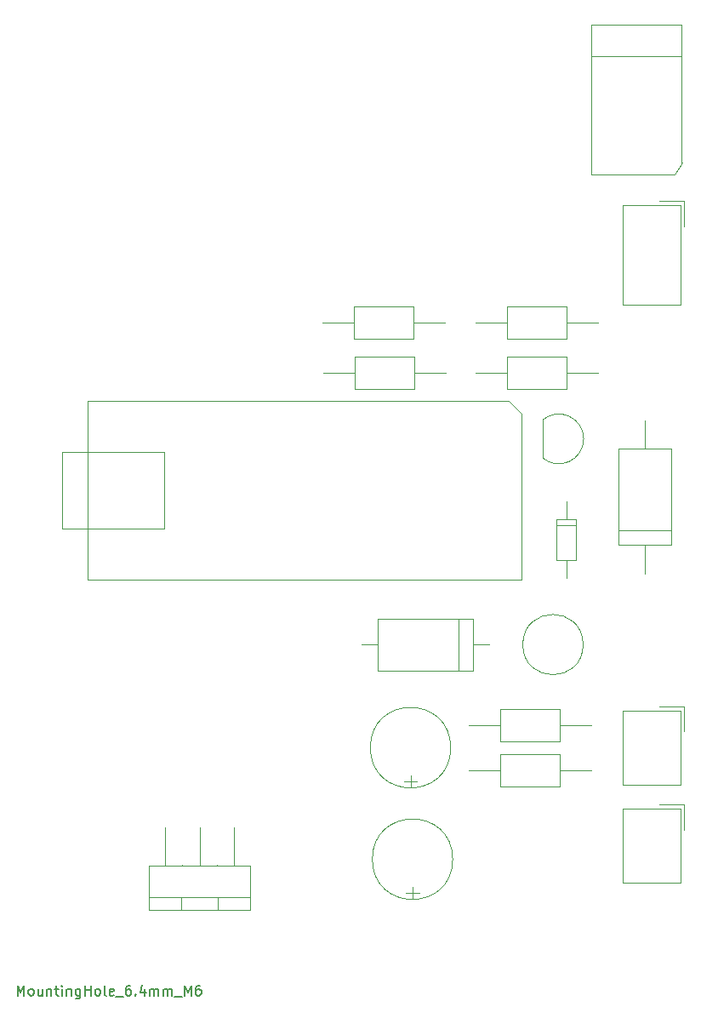
<source format=gbr>
G04 #@! TF.GenerationSoftware,KiCad,Pcbnew,(5.0.0)*
G04 #@! TF.CreationDate,2018-12-21T15:57:03+00:00*
G04 #@! TF.ProjectId,OpenSpritzer_1.3,4F70656E53707269747A65725F312E33,rev?*
G04 #@! TF.SameCoordinates,Original*
G04 #@! TF.FileFunction,Other,Fab,Top*
%FSLAX46Y46*%
G04 Gerber Fmt 4.6, Leading zero omitted, Abs format (unit mm)*
G04 Created by KiCad (PCBNEW (5.0.0)) date 12/21/18 15:57:03*
%MOMM*%
%LPD*%
G01*
G04 APERTURE LIST*
%ADD10C,0.100000*%
%ADD11C,0.150000*%
G04 APERTURE END LIST*
D10*
G04 #@! TO.C,*
X157250000Y-78850000D02*
X154750000Y-78850000D01*
X157250000Y-81350000D02*
X157250000Y-78850000D01*
X156850000Y-89150000D02*
X156850000Y-79250000D01*
X151100000Y-89150000D02*
X156850000Y-89150000D01*
X151100000Y-79250000D02*
X151100000Y-89150000D01*
X156850000Y-79250000D02*
X151100000Y-79250000D01*
X156850000Y-139250000D02*
X151100000Y-139250000D01*
X151100000Y-139250000D02*
X151100000Y-146650000D01*
X151100000Y-146650000D02*
X156850000Y-146650000D01*
X156850000Y-146650000D02*
X156850000Y-139250000D01*
X157250000Y-141350000D02*
X157250000Y-138850000D01*
X157250000Y-138850000D02*
X154750000Y-138850000D01*
X156850000Y-129500000D02*
X151100000Y-129500000D01*
X151100000Y-129500000D02*
X151100000Y-136900000D01*
X151100000Y-136900000D02*
X156850000Y-136900000D01*
X156850000Y-136900000D02*
X156850000Y-129500000D01*
X157250000Y-131600000D02*
X157250000Y-129100000D01*
X157250000Y-129100000D02*
X154750000Y-129100000D01*
X150735000Y-111585500D02*
X155945000Y-111585500D01*
X153340000Y-100630000D02*
X153340000Y-103485000D01*
X153340000Y-115870000D02*
X153340000Y-113015000D01*
X150735000Y-103485000D02*
X150735000Y-113015000D01*
X155945000Y-103485000D02*
X150735000Y-103485000D01*
X155945000Y-113015000D02*
X155945000Y-103485000D01*
X150735000Y-113015000D02*
X155945000Y-113015000D01*
X139620000Y-89350000D02*
X139620000Y-92550000D01*
X139620000Y-92550000D02*
X145560000Y-92550000D01*
X145560000Y-92550000D02*
X145560000Y-89350000D01*
X145560000Y-89350000D02*
X139620000Y-89350000D01*
X136500000Y-90950000D02*
X139620000Y-90950000D01*
X148680000Y-90950000D02*
X145560000Y-90950000D01*
X144880000Y-132550000D02*
X144880000Y-129350000D01*
X144880000Y-129350000D02*
X138940000Y-129350000D01*
X138940000Y-129350000D02*
X138940000Y-132550000D01*
X138940000Y-132550000D02*
X144880000Y-132550000D01*
X148000000Y-130950000D02*
X144880000Y-130950000D01*
X135820000Y-130950000D02*
X138940000Y-130950000D01*
X144880000Y-137050000D02*
X144880000Y-133850000D01*
X144880000Y-133850000D02*
X138940000Y-133850000D01*
X138940000Y-133850000D02*
X138940000Y-137050000D01*
X138940000Y-137050000D02*
X144880000Y-137050000D01*
X148000000Y-135450000D02*
X144880000Y-135450000D01*
X135820000Y-135450000D02*
X138940000Y-135450000D01*
X139620000Y-94350000D02*
X139620000Y-97550000D01*
X139620000Y-97550000D02*
X145560000Y-97550000D01*
X145560000Y-97550000D02*
X145560000Y-94350000D01*
X145560000Y-94350000D02*
X139620000Y-94350000D01*
X136500000Y-95950000D02*
X139620000Y-95950000D01*
X148680000Y-95950000D02*
X145560000Y-95950000D01*
X124370000Y-89350000D02*
X124370000Y-92550000D01*
X124370000Y-92550000D02*
X130310000Y-92550000D01*
X130310000Y-92550000D02*
X130310000Y-89350000D01*
X130310000Y-89350000D02*
X124370000Y-89350000D01*
X121250000Y-90950000D02*
X124370000Y-90950000D01*
X133430000Y-90950000D02*
X130310000Y-90950000D01*
X130380000Y-97550000D02*
X130380000Y-94350000D01*
X130380000Y-94350000D02*
X124440000Y-94350000D01*
X124440000Y-94350000D02*
X124440000Y-97550000D01*
X124440000Y-97550000D02*
X130380000Y-97550000D01*
X133500000Y-95950000D02*
X130380000Y-95950000D01*
X121320000Y-95950000D02*
X124440000Y-95950000D01*
X147175000Y-122950000D02*
G75*
G03X147175000Y-122950000I-3000000J0D01*
G01*
X105450000Y-103810000D02*
X105450000Y-111430000D01*
X105450000Y-111430000D02*
X95290000Y-111430000D01*
X95290000Y-111430000D02*
X95290000Y-103810000D01*
X95290000Y-103810000D02*
X105450000Y-103810000D01*
X97830000Y-116510000D02*
X97830000Y-98730000D01*
X97830000Y-98730000D02*
X139740000Y-98730000D01*
X139740000Y-98730000D02*
X141010000Y-100000000D01*
X141010000Y-100000000D02*
X141010000Y-116510000D01*
X141010000Y-116510000D02*
X97830000Y-116510000D01*
G04 #@! TO.C,NPN*
X143147615Y-100597182D02*
G75*
G02X147230000Y-102490000I1602385J-1892818D01*
G01*
X143157453Y-104391103D02*
G75*
G03X147230000Y-102490000I1592547J1901103D01*
G01*
X143150000Y-100600000D02*
X143150000Y-104350000D01*
G04 #@! TO.C,*
X157000000Y-74970000D02*
X157000000Y-61270000D01*
X148000000Y-76150000D02*
X156250000Y-76150000D01*
X148000000Y-61270000D02*
X148000000Y-76150000D01*
X157000000Y-61270000D02*
X148000000Y-61270000D01*
X157000000Y-64450000D02*
X148000000Y-64450000D01*
X157005425Y-74966787D02*
X156250000Y-76150000D01*
X136200000Y-125550000D02*
X136200000Y-120350000D01*
X136200000Y-120350000D02*
X126700000Y-120350000D01*
X126700000Y-120350000D02*
X126700000Y-125550000D01*
X126700000Y-125550000D02*
X136200000Y-125550000D01*
X137800000Y-122950000D02*
X136200000Y-122950000D01*
X125100000Y-122950000D02*
X126700000Y-122950000D01*
X134775000Y-125550000D02*
X134775000Y-120350000D01*
X134200000Y-144300000D02*
G75*
G03X134200000Y-144300000I-4000000J0D01*
G01*
X130200000Y-148250000D02*
X130200000Y-147050000D01*
X129550000Y-147650000D02*
X130850000Y-147650000D01*
X129350000Y-136550000D02*
X130650000Y-136550000D01*
X130000000Y-137150000D02*
X130000000Y-135950000D01*
X134000000Y-133200000D02*
G75*
G03X134000000Y-133200000I-4000000J0D01*
G01*
X146500000Y-110510000D02*
X144500000Y-110510000D01*
X144500000Y-110510000D02*
X144500000Y-114510000D01*
X144500000Y-114510000D02*
X146500000Y-114510000D01*
X146500000Y-114510000D02*
X146500000Y-110510000D01*
X145500000Y-108700000D02*
X145500000Y-110510000D01*
X145500000Y-116320000D02*
X145500000Y-114510000D01*
X146500000Y-111110000D02*
X144500000Y-111110000D01*
X114000000Y-149350000D02*
X114000000Y-144950000D01*
X114000000Y-144950000D02*
X104000000Y-144950000D01*
X104000000Y-144950000D02*
X104000000Y-149350000D01*
X104000000Y-149350000D02*
X114000000Y-149350000D01*
X114000000Y-148080000D02*
X104000000Y-148080000D01*
X110850000Y-149350000D02*
X110850000Y-148080000D01*
X107150000Y-149350000D02*
X107150000Y-148080000D01*
X112400000Y-144950000D02*
X112400000Y-141150000D01*
X110700000Y-144950000D02*
X110700000Y-144850000D01*
X109000000Y-144950000D02*
X109000000Y-141150000D01*
X107300000Y-144950000D02*
X107300000Y-144850000D01*
X105600000Y-144950000D02*
X105600000Y-141150000D01*
G04 #@! TD*
G04 #@! TO.C,*
D11*
G04 #@! TO.C,NPN*
G04 #@! TO.C,*
X90880952Y-157852380D02*
X90880952Y-156852380D01*
X91214285Y-157566666D01*
X91547619Y-156852380D01*
X91547619Y-157852380D01*
X92166666Y-157852380D02*
X92071428Y-157804761D01*
X92023809Y-157757142D01*
X91976190Y-157661904D01*
X91976190Y-157376190D01*
X92023809Y-157280952D01*
X92071428Y-157233333D01*
X92166666Y-157185714D01*
X92309523Y-157185714D01*
X92404761Y-157233333D01*
X92452380Y-157280952D01*
X92499999Y-157376190D01*
X92499999Y-157661904D01*
X92452380Y-157757142D01*
X92404761Y-157804761D01*
X92309523Y-157852380D01*
X92166666Y-157852380D01*
X93357142Y-157185714D02*
X93357142Y-157852380D01*
X92928571Y-157185714D02*
X92928571Y-157709523D01*
X92976190Y-157804761D01*
X93071428Y-157852380D01*
X93214285Y-157852380D01*
X93309523Y-157804761D01*
X93357142Y-157757142D01*
X93833333Y-157185714D02*
X93833333Y-157852380D01*
X93833333Y-157280952D02*
X93880952Y-157233333D01*
X93976190Y-157185714D01*
X94119047Y-157185714D01*
X94214285Y-157233333D01*
X94261904Y-157328571D01*
X94261904Y-157852380D01*
X94595238Y-157185714D02*
X94976190Y-157185714D01*
X94738095Y-156852380D02*
X94738095Y-157709523D01*
X94785714Y-157804761D01*
X94880952Y-157852380D01*
X94976190Y-157852380D01*
X95309523Y-157852380D02*
X95309523Y-157185714D01*
X95309523Y-156852380D02*
X95261904Y-156900000D01*
X95309523Y-156947619D01*
X95357142Y-156900000D01*
X95309523Y-156852380D01*
X95309523Y-156947619D01*
X95785714Y-157185714D02*
X95785714Y-157852380D01*
X95785714Y-157280952D02*
X95833333Y-157233333D01*
X95928571Y-157185714D01*
X96071428Y-157185714D01*
X96166666Y-157233333D01*
X96214285Y-157328571D01*
X96214285Y-157852380D01*
X97119047Y-157185714D02*
X97119047Y-157995238D01*
X97071428Y-158090476D01*
X97023809Y-158138095D01*
X96928571Y-158185714D01*
X96785714Y-158185714D01*
X96690476Y-158138095D01*
X97119047Y-157804761D02*
X97023809Y-157852380D01*
X96833333Y-157852380D01*
X96738095Y-157804761D01*
X96690476Y-157757142D01*
X96642857Y-157661904D01*
X96642857Y-157376190D01*
X96690476Y-157280952D01*
X96738095Y-157233333D01*
X96833333Y-157185714D01*
X97023809Y-157185714D01*
X97119047Y-157233333D01*
X97595238Y-157852380D02*
X97595238Y-156852380D01*
X97595238Y-157328571D02*
X98166666Y-157328571D01*
X98166666Y-157852380D02*
X98166666Y-156852380D01*
X98785714Y-157852380D02*
X98690476Y-157804761D01*
X98642857Y-157757142D01*
X98595238Y-157661904D01*
X98595238Y-157376190D01*
X98642857Y-157280952D01*
X98690476Y-157233333D01*
X98785714Y-157185714D01*
X98928571Y-157185714D01*
X99023809Y-157233333D01*
X99071428Y-157280952D01*
X99119047Y-157376190D01*
X99119047Y-157661904D01*
X99071428Y-157757142D01*
X99023809Y-157804761D01*
X98928571Y-157852380D01*
X98785714Y-157852380D01*
X99690476Y-157852380D02*
X99595238Y-157804761D01*
X99547619Y-157709523D01*
X99547619Y-156852380D01*
X100452380Y-157804761D02*
X100357142Y-157852380D01*
X100166666Y-157852380D01*
X100071428Y-157804761D01*
X100023809Y-157709523D01*
X100023809Y-157328571D01*
X100071428Y-157233333D01*
X100166666Y-157185714D01*
X100357142Y-157185714D01*
X100452380Y-157233333D01*
X100499999Y-157328571D01*
X100499999Y-157423809D01*
X100023809Y-157519047D01*
X100690476Y-157947619D02*
X101452380Y-157947619D01*
X102119047Y-156852380D02*
X101928571Y-156852380D01*
X101833333Y-156900000D01*
X101785714Y-156947619D01*
X101690476Y-157090476D01*
X101642857Y-157280952D01*
X101642857Y-157661904D01*
X101690476Y-157757142D01*
X101738095Y-157804761D01*
X101833333Y-157852380D01*
X102023809Y-157852380D01*
X102119047Y-157804761D01*
X102166666Y-157757142D01*
X102214285Y-157661904D01*
X102214285Y-157423809D01*
X102166666Y-157328571D01*
X102119047Y-157280952D01*
X102023809Y-157233333D01*
X101833333Y-157233333D01*
X101738095Y-157280952D01*
X101690476Y-157328571D01*
X101642857Y-157423809D01*
X102642857Y-157757142D02*
X102690476Y-157804761D01*
X102642857Y-157852380D01*
X102595238Y-157804761D01*
X102642857Y-157757142D01*
X102642857Y-157852380D01*
X103547619Y-157185714D02*
X103547619Y-157852380D01*
X103309523Y-156804761D02*
X103071428Y-157519047D01*
X103690476Y-157519047D01*
X104071428Y-157852380D02*
X104071428Y-157185714D01*
X104071428Y-157280952D02*
X104119047Y-157233333D01*
X104214285Y-157185714D01*
X104357142Y-157185714D01*
X104452380Y-157233333D01*
X104499999Y-157328571D01*
X104499999Y-157852380D01*
X104499999Y-157328571D02*
X104547619Y-157233333D01*
X104642857Y-157185714D01*
X104785714Y-157185714D01*
X104880952Y-157233333D01*
X104928571Y-157328571D01*
X104928571Y-157852380D01*
X105404761Y-157852380D02*
X105404761Y-157185714D01*
X105404761Y-157280952D02*
X105452380Y-157233333D01*
X105547619Y-157185714D01*
X105690476Y-157185714D01*
X105785714Y-157233333D01*
X105833333Y-157328571D01*
X105833333Y-157852380D01*
X105833333Y-157328571D02*
X105880952Y-157233333D01*
X105976190Y-157185714D01*
X106119047Y-157185714D01*
X106214285Y-157233333D01*
X106261904Y-157328571D01*
X106261904Y-157852380D01*
X106499999Y-157947619D02*
X107261904Y-157947619D01*
X107499999Y-157852380D02*
X107499999Y-156852380D01*
X107833333Y-157566666D01*
X108166666Y-156852380D01*
X108166666Y-157852380D01*
X109071428Y-156852380D02*
X108880952Y-156852380D01*
X108785714Y-156900000D01*
X108738095Y-156947619D01*
X108642857Y-157090476D01*
X108595238Y-157280952D01*
X108595238Y-157661904D01*
X108642857Y-157757142D01*
X108690476Y-157804761D01*
X108785714Y-157852380D01*
X108976190Y-157852380D01*
X109071428Y-157804761D01*
X109119047Y-157757142D01*
X109166666Y-157661904D01*
X109166666Y-157423809D01*
X109119047Y-157328571D01*
X109071428Y-157280952D01*
X108976190Y-157233333D01*
X108785714Y-157233333D01*
X108690476Y-157280952D01*
X108642857Y-157328571D01*
X108595238Y-157423809D01*
G04 #@! TD*
M02*

</source>
